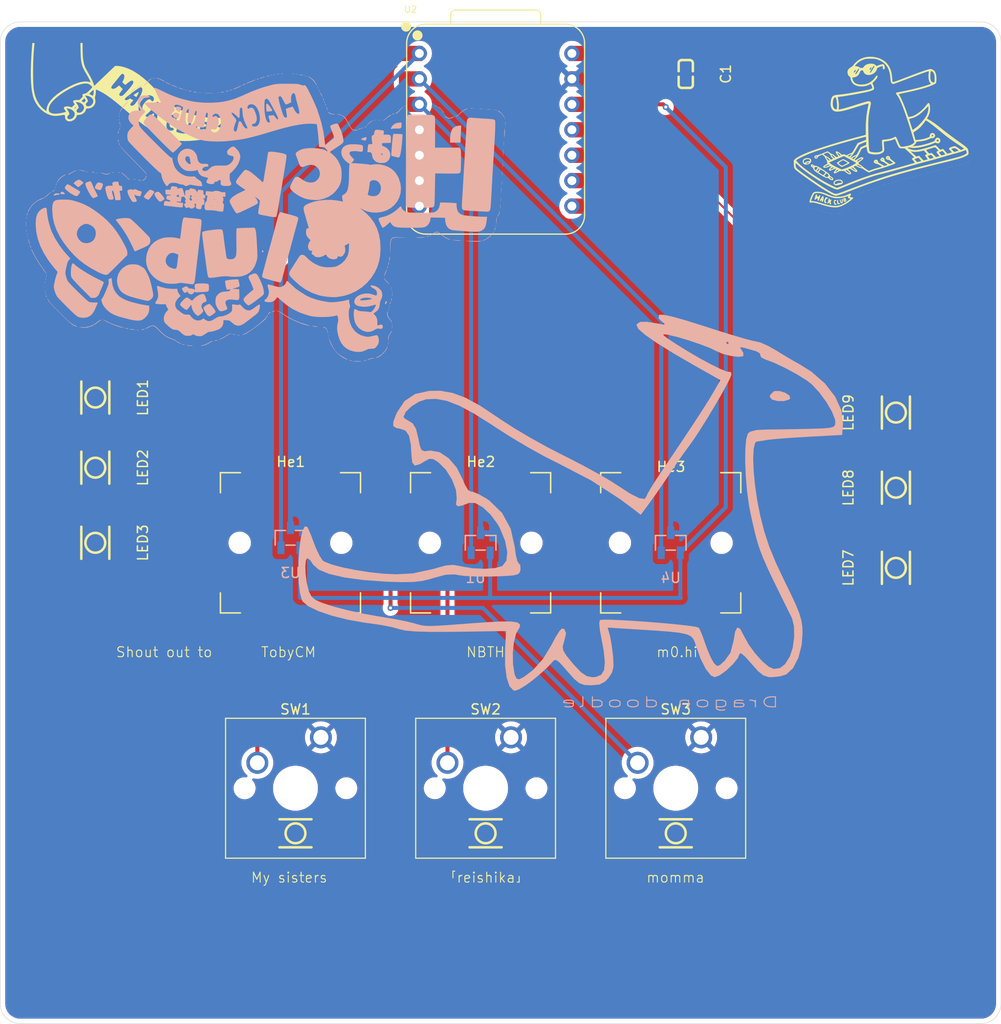
<source format=kicad_pcb>
(kicad_pcb (version 20241229) (generator "pcbnew") (generator_version "9.0")
  (layers (0 "F.Cu" signal) (2 "B.Cu" signal) (13 "F.Paste" user) (15 "B.Paste" user) (5 "F.SilkS" user "F.Silkscreen") (7 "B.SilkS" user "B.Silkscreen") (1 "F.Mask" user) (3 "B.Mask" user) (25 "Edge.Cuts" user))
  (net 0 "")
  (net 1 "+5V")
  (net 2 "GND")
  (net 4 "Net-(LED1-DIN)")
  (net 5 "Net-(LED2-DIN)")
  (net 6 "Net-(LED3-DIN)")
  (net 7 "Net-(LED4-DIN)")
  (net 8 "Net-(LED5-DIN)")
  (net 9 "Net-(LED6-DIN)")
  (net 10 "Net-(LED7-DIN)")
  (net 11 "Net-(LED8-DIN)")
  (net 12 "Net-(LED9-DIN)")
  (net 13 "Net-(U2-GPIO26{slash}ADC0{slash}A0)")
  (net 14 "Net-(U2-GPIO27{slash}ADC1{slash}A1)")
  (net 19 "Net-(U2-GPIO29{slash}ADC3{slash}A3)")
  (net 20 "Net-(U2-GPIO6{slash}SDA)")
  (net 21 "Net-(U2-GPIO7{slash}SCL)")
  (net 22 "Net-(U1-VOUT)")
  (net 23 "Net-(U1-VDD)")
  (footprint "Seeed Studio XIAO Series Library:XIAO-RP2040-DIP" (layer "F.Cu") (at 142.5 42.2685)
    (property "Reference" "U2" (at -8.5 -12 0) (layer "F.SilkS") (effects (font (size 0.635 0.635) (thickness 0.1016))))
    (property "Value" "XIAO-RP2040-DIP")
    (pad "1" smd roundrect (at -8.455 -7.62 180) (size 2.432 1.524) (layers "F.Cu" "F.Mask") (roundrect_rratio 0.1) (net 13 "Net-(U2-GPIO26{slash}ADC0{slash}A0)"))
    (pad "1" thru_hole circle (at -7.62 -7.62 180) (size 1.524 1.524) (drill 0.889) (layers "*.Cu" "*.Mask") (net 13 "Net-(U2-GPIO26{slash}ADC0{slash}A0)"))
    (pad "2" smd roundrect (at -8.455 -5.08 180) (size 2.432 1.524) (layers "F.Cu" "F.Mask") (roundrect_rratio 0.1) (net 14 "Net-(U2-GPIO27{slash}ADC1{slash}A1)"))
    (pad "2" thru_hole circle (at -7.62 -5.08 180) (size 1.524 1.524) (drill 0.889) (layers "*.Cu" "*.Mask") (net 14 "Net-(U2-GPIO27{slash}ADC1{slash}A1)"))
    (pad "3" smd roundrect (at -8.455 -2.54 180) (size 2.432 1.524) (layers "F.Cu" "F.Mask") (roundrect_rratio 0.1) (net 22 "Net-(U1-VOUT)"))
    (pad "3" thru_hole circle (at -7.62 -2.54 180) (size 1.524 1.524) (drill 0.889) (layers "*.Cu" "*.Mask") (net 22 "Net-(U1-VOUT)"))
    (pad "4" smd roundrect (at -8.455 0 180) (size 2.432 1.524) (layers "F.Cu" "F.Mask") (roundrect_rratio 0.1) (net 19 "Net-(U2-GPIO29{slash}ADC3{slash}A3)"))
    (pad "4" thru_hole circle (at -7.62 0 180) (size 1.524 1.524) (drill 0.889) (layers "*.Cu" "*.Mask") (net 19 "Net-(U2-GPIO29{slash}ADC3{slash}A3)"))
    (pad "5" smd roundrect (at -8.455 2.54 180) (size 2.432 1.524) (layers "F.Cu" "F.Mask") (roundrect_rratio 0.1) (net 20 "Net-(U2-GPIO6{slash}SDA)"))
    (pad "5" thru_hole circle (at -7.62 2.54 180) (size 1.524 1.524) (drill 0.889) (layers "*.Cu" "*.Mask") (net 20 "Net-(U2-GPIO6{slash}SDA)"))
    (pad "6" smd roundrect (at -8.455 5.08 180) (size 2.432 1.524) (layers "F.Cu" "F.Mask") (roundrect_rratio 0.1) (net 21 "Net-(U2-GPIO7{slash}SCL)"))
    (pad "6" thru_hole circle (at -7.62 5.08 180) (size 1.524 1.524) (drill 0.889) (layers "*.Cu" "*.Mask") (net 21 "Net-(U2-GPIO7{slash}SCL)"))
    (pad "7" smd roundrect (at -8.455 7.62 180) (size 2.432 1.524) (layers "F.Cu" "F.Mask") (roundrect_rratio 0.1))
    (pad "7" thru_hole circle (at -7.62 7.62 180) (size 1.524 1.524) (drill 0.889) (layers "*.Cu" "*.Mask"))
    (pad "8" thru_hole circle (at 7.62 7.62) (size 1.524 1.524) (drill 0.889) (layers "*.Cu" "*.Mask"))
    (pad "8" smd roundrect (at 8.455 7.62) (size 2.432 1.524) (layers "F.Cu" "F.Mask") (roundrect_rratio 0.1))
    (pad "9" thru_hole circle (at 7.62 5.08) (size 1.524 1.524) (drill 0.889) (layers "*.Cu" "*.Mask"))
    (pad "9" smd roundrect (at 8.455 5.08) (size 2.432 1.524) (layers "F.Cu" "F.Mask") (roundrect_rratio 0.1))
    (pad "10" thru_hole circle (at 7.62 2.54) (size 1.524 1.524) (drill 0.889) (layers "*.Cu" "*.Mask"))
    (pad "10" smd roundrect (at 8.455 2.54) (size 2.432 1.524) (layers "F.Cu" "F.Mask") (roundrect_rratio 0.1))
    (pad "11" thru_hole circle (at 7.62 0) (size 1.524 1.524) (drill 0.889) (layers "*.Cu" "*.Mask") (net 12 "Net-(LED9-DIN)"))
    (pad "11" smd roundrect (at 8.455 0) (size 2.432 1.524) (layers "F.Cu" "F.Mask") (roundrect_rratio 0.1) (net 12 "Net-(LED9-DIN)"))
    (pad "12" thru_hole circle (at 7.62 -2.54) (size 1.524 1.524) (drill 0.889) (layers "*.Cu" "*.Mask") (net 23 "Net-(U1-VDD)"))
    (pad "12" smd roundrect (at 8.455 -2.54) (size 2.432 1.524) (layers "F.Cu" "F.Mask") (roundrect_rratio 0.1) (net 23 "Net-(U1-VDD)"))
    (pad "13" thru_hole circle (at 7.62 -5.08) (size 1.524 1.524) (drill 0.889) (layers "*.Cu" "*.Mask") (net 2 "GND"))
    (pad "13" smd roundrect (at 8.455 -5.08) (size 2.432 1.524) (layers "F.Cu" "F.Mask") (roundrect_rratio 0.1) (net 2 "GND"))
    (pad "14" thru_hole circle (at 7.62 -7.62) (size 1.524 1.524) (drill 0.889) (layers "*.Cu" "*.Mask") (net 1 "+5V"))
    (pad "14" smd roundrect (at 8.455 -7.62) (size 2.432 1.524) (layers "F.Cu" "F.Mask") (roundrect_rratio 0.1) (net 1 "+5V"))
  )
  (footprint "EasyEDA:LED-SMD_4P-L3.2-W2.8_SK6812MINI-EA" (layer "F.Cu") (at 102.5 76 -90)
    (property "Reference" "LED2" (at 0 -4.75 90) (layer "F.SilkS"))
    (property "Value" "SK6812MINI-EA")
    (pad "1" smd rect (at -2.5 0.75) (size 0.82 1.2) (layers "F.Cu" "F.Mask" "F.Paste") (net 1 "+5V"))
    (pad "2" smd rect (at -2.5 -0.75) (size 0.82 1.2) (layers "F.Cu" "F.Mask" "F.Paste") (net 4 "Net-(LED1-DIN)"))
    (pad "3" smd rect (at 2.5 -0.75) (size 0.82 1.2) (layers "F.Cu" "F.Mask" "F.Paste") (net 2 "GND"))
    (pad "4" smd rect (at 2.5 0.75) (size 0.82 1.2) (layers "F.Cu" "F.Mask" "F.Paste") (net 5 "Net-(LED2-DIN)"))
  )
  (footprint "EasyEDA:LED-SMD_4P-L3.2-W2.8_SK6812MINI-EA" (layer "F.Cu") (at 182.5 70.5 90)
    (property "Reference" "LED9" (at 0 -4.75 90) (layer "F.SilkS"))
    (property "Value" "SK6812MINI-EA")
    (pad "1" smd rect (at -2.5 0.75 180) (size 0.82 1.2) (layers "F.Cu" "F.Mask" "F.Paste") (net 1 "+5V"))
    (pad "2" smd rect (at -2.5 -0.75 180) (size 0.82 1.2) (layers "F.Cu" "F.Mask" "F.Paste") (net 11 "Net-(LED8-DIN)"))
    (pad "3" smd rect (at 2.5 -0.75 180) (size 0.82 1.2) (layers "F.Cu" "F.Mask" "F.Paste") (net 2 "GND"))
    (pad "4" smd rect (at 2.5 0.75 180) (size 0.82 1.2) (layers "F.Cu" "F.Mask" "F.Paste") (net 12 "Net-(LED9-DIN)"))
  )
  (footprint "EasyEDA:LED-SMD_4P-L3.2-W2.8_SK6812MINI-EA" (layer "F.Cu") (at 182.5 78 90)
    (property "Reference" "LED8" (at 0 -4.75 90) (layer "F.SilkS"))
    (property "Value" "SK6812MINI-EA")
    (pad "1" smd rect (at -2.5 0.75 180) (size 0.82 1.2) (layers "F.Cu" "F.Mask" "F.Paste") (net 1 "+5V"))
    (pad "2" smd rect (at -2.5 -0.75 180) (size 0.82 1.2) (layers "F.Cu" "F.Mask" "F.Paste") (net 10 "Net-(LED7-DIN)"))
    (pad "3" smd rect (at 2.5 -0.75 180) (size 0.82 1.2) (layers "F.Cu" "F.Mask" "F.Paste") (net 2 "GND"))
    (pad "4" smd rect (at 2.5 0.75 180) (size 0.82 1.2) (layers "F.Cu" "F.Mask" "F.Paste") (net 11 "Net-(LED8-DIN)"))
  )
  (footprint "clipboard:f5690bc4-41df-47e9-81cb-ee26dcf46469" (layer "F.Cu") (at 129 78.5)
    (property "Reference" "" (at 0 0 0) (layer "F.SilkS") (effects (font (size 1.27 1.27))))
    (property "Value" "")
    (pad "" np_thru_hole circle (at -12.08 5 48.0996) (size 1.75 1.75) (drill 1.75) (layers "*.Cu" "*.Mask"))
    (pad "" np_thru_hole circle (at -1.92 5 48.0996) (size 1.75 1.75) (drill 1.75) (layers "*.Cu" "*.Mask"))
  )
  (footprint "LOGO" (layer "F.Cu") (at 105.94675 39.232071)
    (property "Reference" "G***" (hide yes))
    (property "Value" "LOGO" (hide yes))
  )
  (footprint "EasyEDA:C0603" (layer "F.Cu") (at 161.5 36.7 -90)
    (property "Reference" "C1" (at 0 -4 90) (layer "F.SilkS"))
    (property "Value" "CL10B224KA8NNNC")
    (pad "1" smd rect (at -0.7 0 270) (size 0.8 0.9) (layers "F.Cu" "F.Mask" "F.Paste") (net 1 "+5V"))
    (pad "2" smd rect (at 0.7 0 270) (size 0.8 0.9) (layers "F.Cu" "F.Mask" "F.Paste") (net 2 "GND"))
  )
  (footprint "clipboard:f5690bc4-41df-47e9-81cb-ee26dcf46469" (layer "F.Cu") (at 148 78.5)
    (property "Reference" "" (at 0 0 0) (layer "F.SilkS") (effects (font (size 1.27 1.27))))
    (property "Value" "")
    (pad "" np_thru_hole circle (at -12.08 5 48.0996) (size 1.75 1.75) (drill 1.75) (layers "*.Cu" "*.Mask"))
    (pad "" np_thru_hole circle (at -1.92 5 48.0996) (size 1.75 1.75) (drill 1.75) (layers "*.Cu" "*.Mask"))
  )
  (footprint "Button_Switch_Keyboard:SW_Cherry_MX_1.00u_PCB" (layer "F.Cu") (at 163.04 102.92)
    (property "Reference" "SW3" (at -2.54 -2.794 0) (layer "F.SilkS"))
    (property "Value" "SW_Push")
    (pad "" np_thru_hole circle (at -7.62 5.08) (size 1.7 1.7) (drill 1.7) (layers "*.Cu" "*.Mask"))
    (pad "" np_thru_hole circle (at -2.54 5.08) (size 4 4) (drill 4) (layers "*.Cu" "*.Mask"))
    (pad "" np_thru_hole circle (at 2.54 5.08) (size 1.7 1.7) (drill 1.7) (layers "*.Cu" "*.Mask"))
    (pad "1" thru_hole circle (at 0 0) (size 2.2 2.2) (drill 1.5) (layers "*.Cu" "*.Mask") (net 2 "GND"))
    (pad "2" thru_hole circle (at -6.35 2.54) (size 2.2 2.2) (drill 1.5) (layers "*.Cu" "*.Mask") (net 21 "Net-(U2-GPIO7{slash}SCL)"))
  )
  (footprint "clipboard:f5690bc4-41df-47e9-81cb-ee26dcf46469" (layer "F.Cu") (at 167 78.5)
    (property "Reference" "" (at 0 0 0) (layer "F.SilkS") (effects (font (size 1.27 1.27))))
    (property "Value" "")
    (pad "" np_thru_hole circle (at -12.08 5 48.0996) (size 1.75 1.75) (drill 1.75) (layers "*.Cu" "*.Mask"))
    (pad "" np_thru_hole circle (at -1.92 5 48.0996) (size 1.75 1.75) (drill 1.75) (layers "*.Cu" "*.Mask"))
  )
  (footprint "EasyEDA:LED-SMD_4P-L3.2-W2.8_SK6812MINI-EA" (layer "F.Cu") (at 102.5 83.5 -90)
    (property "Reference" "LED3" (at 0 -4.75 90) (layer "F.SilkS"))
    (property "Value" "SK6812MINI-EA")
    (pad "1" smd rect (at -2.5 0.75) (size 0.82 1.2) (layers "F.Cu" "F.Mask" "F.Paste") (net 1 "+5V"))
    (pad "2" smd rect (at -2.5 -0.75) (size 0.82 1.2) (layers "F.Cu" "F.Mask" "F.Paste") (net 5 "Net-(LED2-DIN)"))
    (pad "3" smd rect (at 2.5 -0.75) (size 0.82 1.2) (layers "F.Cu" "F.Mask" "F.Paste") (net 2 "GND"))
    (pad "4" smd rect (at 2.5 0.75) (size 0.82 1.2) (layers "F.Cu" "F.Mask" "F.Paste") (net 6 "Net-(LED3-DIN)"))
  )
  (footprint "EasyEDA:LED-SMD_4P-L3.2-W2.8_SK6812MINI-EA" (layer "F.Cu") (at 102.5 69 -90)
    (property "Reference" "LED1" (at 0 -4.75 90) (layer "F.SilkS"))
    (property "Value" "SK6812MINI-EA")
    (pad "1" smd rect (at -2.5 0.75) (size 0.82 1.2) (layers "F.Cu" "F.Mask" "F.Paste") (net 1 "+5V"))
    (pad "2" smd rect (at -2.5 -0.75) (size 0.82 1.2) (layers "F.Cu" "F.Mask" "F.Paste"))
    (pad "3" smd rect (at 2.5 -0.75) (size 0.82 1.2) (layers "F.Cu" "F.Mask" "F.Paste") (net 2 "GND"))
    (pad "4" smd rect (at 2.5 0.75) (size 0.82 1.2) (layers "F.Cu" "F.Mask" "F.Paste") (net 4 "Net-(LED1-DIN)"))
  )
  (footprint "EasyEDA:LED-SMD_4P-L3.2-W2.8_SK6812MINI-EA" (layer "F.Cu") (at 182.5 86 90)
    (property "Reference" "LED7" (at 0 -4.75 90) (layer "F.SilkS"))
    (property "Value" "SK6812MINI-EA")
    (pad "1" smd rect (at -2.5 0.75 180) (size 0.82 1.2) (layers "F.Cu" "F.Mask" "F.Paste") (net 1 "+5V"))
    (pad "2" smd rect (at -2.5 -0.75 180) (size 0.82 1.2) (layers "F.Cu" "F.Mask" "F.Paste") (net 9 "Net-(LED6-DIN)"))
    (pad "3" smd rect (at 2.5 -0.75 180) (size 0.82 1.2) (layers "F.Cu" "F.Mask" "F.Paste") (net 2 "GND"))
    (pad "4" smd rect (at 2.5 0.75 180) (size 0.82 1.2) (layers "F.Cu" "F.Mask" "F.Paste") (net 10 "Net-(LED7-DIN)"))
  )
  (footprint "EasyEDA:LED-SMD_4P-L3.2-W2.8_SK6812MINI-EA" (layer "F.Cu") (at 160.5 112.5)
    (property "Reference" "LED6" (at 0 -4.75 0) (layer "F.SilkS"))
    (property "Value" "SK6812MINI-EA")
    (pad "1" smd rect (at -2.5 0.75 90) (size 0.82 1.2) (layers "F.Cu" "F.Mask" "F.Paste") (net 1 "+5V"))
    (pad "2" smd rect (at -2.5 -0.75 90) (size 0.82 1.2) (layers "F.Cu" "F.Mask" "F.Paste") (net 8 "Net-(LED5-DIN)"))
    (pad "3" smd rect (at 2.5 -0.75 90) (size 0.82 1.2) (layers "F.Cu" "F.Mask" "F.Paste") (net 2 "GND"))
    (pad "4" smd rect (at 2.5 0.75 90) (size 0.82 1.2) (layers "F.Cu" "F.Mask" "F.Paste") (net 9 "Net-(LED6-DIN)"))
  )
  (footprint "Button_Switch_Keyboard:SW_Cherry_MX_1.00u_PCB" (layer "F.Cu") (at 125.04 102.92)
    (property "Reference" "SW1" (at -2.54 -2.794 0) (layer "F.SilkS"))
    (property "Value" "SW_Push")
    (pad "" np_thru_hole circle (at -7.62 5.08) (size 1.7 1.7) (drill 1.7) (layers "*.Cu" "*.Mask"))
    (pad "" np_thru_hole circle (at -2.54 5.08) (size 4 4) (drill 4) (layers "*.Cu" "*.Mask"))
    (pad "" np_thru_hole circle (at 2.54 5.08) (size 1.7 1.7) (drill 1.7) (layers "*.Cu" "*.Mask"))
    (pad "1" thru_hole circle (at 0 0) (size 2.2 2.2) (drill 1.5) (layers "*.Cu" "*.Mask") (net 2 "GND"))
    (pad "2" thru_hole circle (at -6.35 2.54) (size 2.2 2.2) (drill 1.5) (layers "*.Cu" "*.Mask") (net 19 "Net-(U2-GPIO29{slash}ADC3{slash}A3)"))
  )
  (footprint "EasyEDA:LED-SMD_4P-L3.2-W2.8_SK6812MINI-EA" (layer "F.Cu") (at 141.5 112.5)
    (property "Reference" "LED5" (at 0 -4.75 0) (layer "F.SilkS"))
    (property "Value" "SK6812MINI-EA")
    (pad "1" smd rect (at -2.5 0.75 90) (size 0.82 1.2) (layers "F.Cu" "F.Mask" "F.Paste") (net 1 "+5V"))
    (pad "2" smd rect (at -2.5 -0.75 90) (size 0.82 1.2) (layers "F.Cu" "F.Mask" "F.Paste") (net 7 "Net-(LED4-DIN)"))
    (pad "3" smd rect (at 2.5 -0.75 90) (size 0.82 1.2) (layers "F.Cu" "F.Mask" "F.Paste") (net 2 "GND"))
    (pad "4" smd rect (at 2.5 0.75 90) (size 0.82 1.2) (layers "F.Cu" "F.Mask" "F.Paste") (net 8 "Net-(LED5-DIN)"))
  )
  (footprint "LOGO" (layer "F.Cu") (at 181 42.5)
    (property "Reference" "G***" (hide yes))
    (property "Value" "LOGO" (hide yes))
  )
  (footprint "EasyEDA:LED-SMD_4P-L3.2-W2.8_SK6812MINI-EA" (layer "F.Cu") (at 122.5 112.5)
    (property "Reference" "LED4" (at 0 -4.75 0) (layer "F.SilkS"))
    (property "Value" "SK6812MINI-EA")
    (pad "1" smd rect (at -2.5 0.75 90) (size 0.82 1.2) (layers "F.Cu" "F.Mask" "F.Paste") (net 1 "+5V"))
    (pad "2" smd rect (at -2.5 -0.75 90) (size 0.82 1.2) (layers "F.Cu" "F.Mask" "F.Paste") (net 6 "Net-(LED3-DIN)"))
    (pad "3" smd rect (at 2.5 -0.75 90) (size 0.82 1.2) (layers "F.Cu" "F.Mask" "F.Paste") (net 2 "GND"))
    (pad "4" smd rect (at 2.5 0.75 90) (size 0.82 1.2) (layers "F.Cu" "F.Mask" "F.Paste") (net 7 "Net-(LED4-DIN)"))
  )
  (footprint "Button_Switch_Keyboard:SW_Cherry_MX_1.00u_PCB" (layer "F.Cu") (at 144.04 102.92)
    (property "Reference" "SW2" (at -2.54 -2.794 0) (layer "F.SilkS"))
    (property "Value" "SW_Push")
    (pad "" np_thru_hole circle (at -7.62 5.08) (size 1.7 1.7) (drill 1.7) (layers "*.Cu" "*.Mask"))
    (pad "" np_thru_hole circle (at -2.54 5.08) (size 4 4) (drill 4) (layers "*.Cu" "*.Mask"))
    (pad "" np_thru_hole circle (at 2.54 5.08) (size 1.7 1.7) (drill 1.7) (layers "*.Cu" "*.Mask"))
    (pad "1" thru_hole circle (at 0 0) (size 2.2 2.2) (drill 1.5) (layers "*.Cu" "*.Mask") (net 2 "GND"))
    (pad "2" thru_hole circle (at -6.35 2.54) (size 2.2 2.2) (drill 1.5) (layers "*.Cu" "*.Mask") (net 20 "Net-(U2-GPIO6{slash}SDA)"))
  )
  (footprint "EasyEDA:SOT-23-3_L2.9-W1.3-P1.90-LS2.4-BR" (layer "B.Cu") (at 141 83.5 -90)
    (property "Reference" "U1" (at 3.5 0.5 180) (layer "B.SilkS") (effects (justify mirror)))
    (property "Value" "GH39FKSW")
    (pad "1" smd rect (at 1 -0.95 270) (size 1.25 0.7) (layers "B.Cu" "B.Mask" "B.Paste") (net 23 "Net-(U1-VDD)"))
    (pad "2" smd rect (at 1 0.95 270) (size 1.25 0.7) (layers "B.Cu" "B.Mask" "B.Paste") (net 22 "Net-(U1-VOUT)"))
    (pad "3" smd rect (at -1 0 270) (size 1.25 0.7) (layers "B.Cu" "B.Mask" "B.Paste") (net 2 "GND"))
  )
  (footprint "EasyEDA:SOT-23-3_L2.9-W1.3-P1.90-LS2.4-BR" (layer "B.Cu") (at 160 83.5 -90)
    (property "Reference" "U4" (at 3.5 0 180) (layer "B.SilkS") (effects (justify mirror)))
    (property "Value" "GH39FKSW")
    (pad "1" smd rect (at 1 -0.95 270) (size 1.25 0.7) (layers "B.Cu" "B.Mask" "B.Paste") (net 23 "Net-(U1-VDD)"))
    (pad "2" smd rect (at 1 0.95 270) (size 1.25 0.7) (layers "B.Cu" "B.Mask" "B.Paste") (net 14 "Net-(U2-GPIO27{slash}ADC1{slash}A1)"))
    (pad "3" smd rect (at -1 0 270) (size 1.25 0.7) (layers "B.Cu" "B.Mask" "B.Paste") (net 2 "GND"))
  )
  (footprint "LOGO" (layer "B.Cu") (at 119.5 51 180)
    (property "Reference" "G***" (hide yes))
    (property "Value" "LOGO" (hide yes))
  )
  (footprint "EasyEDA:SOT-23-3_L2.9-W1.3-P1.90-LS2.4-BR" (layer "B.Cu") (at 122 83 -90)
    (property "Reference" "U3" (at 3.5 0 180) (layer "B.SilkS") (effects (justify mirror)))
    (property "Value" "GH39FKSW")
    (pad "1" smd rect (at 1 -0.95 270) (size 1.25 0.7) (layers "B.Cu" "B.Mask" "B.Paste") (net 23 "Net-(U1-VDD)"))
    (pad "2" smd rect (at 1 0.95 270) (size 1.25 0.7) (layers "B.Cu" "B.Mask" "B.Paste") (net 13 "Net-(U2-GPIO26{slash}ADC0{slash}A0)"))
    (pad "3" smd rect (at -1 0 270) (size 1.25 0.7) (layers "B.Cu" "B.Mask" "B.Paste") (net 2 "GND"))
  )
  (footprint "LOGO" (layer "B.Cu") (at 149.818248 78.811826 180)
    (property "Reference" "G***" (hide yes))
    (property "Value" "LOGO" (hide yes))
  )
  (gr_line (start 193 33.5) (end 193 129.5) (stroke (width 0.05)) (layer "Edge.Cuts"))
  (gr_arc (start 93 33.5) (mid 93.585786 32.085786) (end 95 31.5) (stroke (width 0.05)) (layer "Edge.Cuts"))
  (gr_line (start 95 31.5) (end 191 31.5) (stroke (width 0.05)) (layer "Edge.Cuts"))
  (gr_arc (start 193 129.5) (mid 192.414214 130.914214) (end 191 131.5) (stroke (width 0.05)) (layer "Edge.Cuts"))
  (gr_arc (start 95 131.5) (mid 93.585786 130.914214) (end 93 129.5) (stroke (width 0.05)) (layer "Edge.Cuts"))
  (gr_line (start 191 131.5) (end 95 131.5) (stroke (width 0.05)) (layer "Edge.Cuts"))
  (gr_line (start 93 129.5) (end 93 33.5) (stroke (width 0.05)) (layer "Edge.Cuts"))
  (gr_arc (start 191 31.5) (mid 192.414214 32.085786) (end 193 33.5) (stroke (width 0.05)) (layer "Edge.Cuts"))
  (gr_text "He1" (at 120.5 76 0) (layer "F.SilkS") (effects (font (size 1 1)) (justify left bottom)))
  (gr_text "Shout out to" (at 104.5 95 0) (layer "F.SilkS") (effects (font (size 1 1) (thickness 0.1)) (justify left bottom)))
  (gr_text "「reishika」" (at 137.5 117.5 0) (layer "F.SilkS") (effects (font (size 1 1) (thickness 0.1)) (justify left bottom)))
  (gr_text "momma" (at 157.5 117.5 0) (layer "F.SilkS") (effects (font (size 1 1) (thickness 0.1)) (justify left bottom)))
  (gr_text "My sisters" (at 118 117.5 0) (layer "F.SilkS") (effects (font (size 1 1) (thickness 0.1)) (justify left bottom)))
  (gr_text "TobyCM" (at 119 95 0) (layer "F.SilkS") (effects (font (size 1 1) (thickness 0.1)) (justify left bottom)))
  (gr_text "m0.hid" (at 158.5 95 0) (layer "F.SilkS") (effects (font (size 1 1) (thickness 0.1)) (justify left bottom)))
  (gr_text "He3" (at 158.5 76.5 0) (layer "F.SilkS") (effects (font (size 1 1)) (justify left bottom)))
  (gr_text "He2" (at 139.5 76 0) (layer "F.SilkS") (effects (font (size 1 1)) (justify left bottom)))
  (gr_text "NBTH" (at 139.5 95 0) (layer "F.SilkS") (effects (font (size 1 1) (thickness 0.1)) (justify left bottom)))
  (gr_text "Dragon doodle" (at 171 100 0) (layer "B.SilkS") (effects (font (size 1 2) (thickness 0.1)) (justify left bottom mirror)))
  (segment (start 100 73.5) (end 100 66.5) (width 0.4) (layer "F.Cu") (net 1))
  (segment (start 120 116.5) (end 120 113.25) (width 0.4) (layer "F.Cu") (net 1))
  (segment (start 161.5 34.6485) (end 150.955 34.6485) (width 0.4) (layer "F.Cu") (net 1))
  (segment (start 183.25 73) (end 185.5 73) (width 0.4) (layer "F.Cu") (net 1))
  (segment (start 158 117) (end 158 113.25) (width 0.4) (layer "F.Cu") (net 1))
  (segment (start 185.5 88.5) (end 185.5 103) (width 0.4) (layer "F.Cu") (net 1))
  (segment (start 100 73.5) (end 101.75 73.5) (width 0.4) (layer "F.Cu") (net 1))
  (segment (start 100 81) (end 101.75 81) (width 0.4) (layer "F.Cu") (net 1))
  (segment (start 120.5 117) (end 100 96.5) (width 0.4) (layer "F.Cu") (net 1))
  (segment (start 183.25 80.5) (end 185.5 80.5) (width 0.4) (layer "F.Cu") (net 1))
  (segment (start 100 96.5) (end 100 81) (width 0.4) (layer "F.Cu") (net 1))
  (segment (start 185.5 73) (end 185.5 49.5) (width 0.4) (layer "F.Cu") (net 1))
  (segment (start 185.5 103) (end 171.5 117) (width 0.4) (layer "F.Cu") (net 1))
  (segment (start 170.6485 34.6485) (end 161.5 34.6485) (width 0.4) (layer "F.Cu") (net 1))
  (segment (start 100 66.5) (end 101.75 66.5) (width 0.4) (layer "F.Cu") (net 1))
  (segment (start 158 117) (end 139 117) (width 0.4) (layer "F.Cu") (net 1))
  (segment (start 100 81) (end 100 73.5) (width 0.4) (layer "F.Cu") (net 1))
  (segment (start 139 117) (end 120.5 117) (width 0.4) (layer "F.Cu") (net 1))
  (segment (start 185.5 49.5) (end 170.6485 34.6485) (width 0.4) (layer "F.Cu") (net 1))
  (segment (start 161.5 34.6485) (end 161.5 36) (width 0.4) (layer "F.Cu") (net 1))
  (segment (start 120.5 117) (end 120 116.5) (width 0.4) (layer "F.Cu") (net 1))
  (segment (start 139 117) (end 139 113.25) (width 0.4) (layer "F.Cu") (net 1))
  (segment (start 171.5 117) (end 158 117) (width 0.4) (layer "F.Cu") (net 1))
  (segment (start 185.5 80.5) (end 185.5 73) (width 0.4) (layer "F.Cu") (net 1))
  (segment (start 183.25 88.5) (end 185.5 88.5) (width 0.4) (layer "F.Cu") (net 1))
  (segment (start 185.5 88.5) (end 185.5 80.5) (width 0.4) (layer "F.Cu") (net 1))
  (segment (start 161.5 37.4) (end 151.1665 37.4) (width 0.4) (layer "F.Cu") (net 2))
  (segment (start 151.1665 37.4) (end 150.955 37.1885) (width 0.4) (layer "F.Cu") (net 2))
  (segment (start 103.25 73) (end 101.75 71.5) (width 0.2) (layer "F.Cu") (net 4))
  (segment (start 103.25 73.5) (end 103.25 73) (width 0.2) (layer "F.Cu") (net 4))
  (segment (start 103.25 80) (end 101.75 78.5) (width 0.2) (layer "F.Cu") (net 5))
  (segment (start 103.25 81) (end 103.25 80) (width 0.2) (layer "F.Cu") (net 5))
  (segment (start 119.47153 111.75) (end 101.75 94.02847) (width 0.2) (layer "F.Cu") (net 6))
  (segment (start 101.75 94.02847) (end 101.75 86) (width 0.2) (layer "F.Cu") (net 6))
  (segment (start 120 111.75) (end 119.47153 111.75) (width 0.2) (layer "F.Cu") (net 6))
  (segment (start 132.25 113.25) (end 125 113.25) (width 0.2) (layer "F.Cu") (net 7))
  (segment (start 139 111.75) (end 133.75 111.75) (width 0.2) (layer "F.Cu") (net 7))
  (segment (start 133.75 111.75) (end 132.25 113.25) (width 0.2) (layer "F.Cu") (net 7))
  (segment (start 151.75 113.25) (end 144 113.25) (width 0.2) (layer "F.Cu") (net 8))
  (segment (start 153.25 111.75) (end 151.75 113.25) (width 0.2) (layer "F.Cu") (net 8))
  (segment (start 158 111.75) (end 153.25 111.75) (width 0.2) (layer "F.Cu") (net 8))
  (segment (start 181.75 94.5) (end 181.75 88.5) (width 0.2) (layer "F.Cu") (net 9))
  (segment (start 163 113.25) (end 181.75 94.5) (width 0.2) (layer "F.Cu") (net 9))
  (segment (start 181.75 82) (end 183.25 83.5) (width 0.2) (layer "F.Cu") (net 10))
  (segment (start 181.75 80.5) (end 181.75 82) (width 0.2) (layer "F.Cu") (net 10))
  (segment (start 181.75 74) (end 183.25 75.5) (width 0.2) (layer "F.Cu") (net 11))
  (segment (start 181.75 73) (end 181.75 74) (width 0.2) (layer "F.Cu") (net 11))
  (segment (start 150.955 42.2685) (end 157.5185 42.2685) (width 0.2) (layer "F.Cu") (net 12))
  (segment (start 157.5185 42.2685) (end 183.25 68) (width 0.2) (layer "F.Cu") (net 12))
  (segment (start 134.88 34.6485) (end 121.05 48.4785) (width 0.4) (layer "B.Cu") (net 13))
  (segment (start 121.05 48.4785) (end 121.05 84) (width 0.4) (layer "B.Cu") (net 13))
  (segment (start 159.05 61.3585) (end 159.05 84.5) (width 0.4) (layer "B.Cu") (net 14))
  (segment (start 134.88 37.1885) (end 159.05 61.3585) (width 0.4) (layer "B.Cu") (net 14))
  (segment (start 118.69 57.6235) (end 134.045 42.2685) (width 0.4) (layer "F.Cu") (net 19))
  (segment (start 118.69 105.46) (end 118.69 57.6235) (width 0.4) (layer "F.Cu") (net 19))
  (segment (start 134.88 44.8085) (end 137.69 47.6185) (width 0.4) (layer "F.Cu") (net 20))
  (segment (start 137.69 47.6185) (end 137.69 105.46) (width 0.4) (layer "F.Cu") (net 20))
  (segment (start 136.043 48.5115) (end 136.043 69.457) (width 0.4) (layer "F.Cu") (net 21))
  (segment (start 134.88 47.3485) (end 136.043 48.5115) (width 0.4) (layer "F.Cu") (net 21))
  (segment (start 136.043 69.457) (end 132 73.5) (width 0.4) (layer "F.Cu") (net 21))
  (segment (start 132 73.5) (end 132 90) (width 0.4) (layer "F.Cu") (net 21))
  (via (at 132 90) (size 0.6) (drill 0.3) (layers "F.Cu" "B.Cu") (net 21))
  (segment (start 141.23 90) (end 156.69 105.46) (width 0.4) (layer "B.Cu") (net 21))
  (segment (start 132 90) (end 141.23 90) (width 0.4) (layer "B.Cu") (net 21))
  (segment (start 140.05 44.8985) (end 140.05 84.5) (width 0.4) (layer "B.Cu") (net 22))
  (segment (start 134.88 39.7285) (end 140.05 44.8985) (width 0.4) (layer "B.Cu") (net 22))
  (segment (start 150.955 39.7285) (end 159.2285 39.7285) (width 0.4) (layer "F.Cu") (net 23))
  (segment (start 159.2285 39.7285) (end 159.5 40) (width 0.4) (layer "F.Cu") (net 23))
  (via (at 159.5 40) (size 0.6) (drill 0.3) (layers "F.Cu" "B.Cu") (net 23))
  (segment (start 160.95 84.5) (end 160.95 88.95) (width 0.4) (layer "B.Cu") (net 23))
  (segment (start 160.95 88.95) (end 161 89) (width 0.4) (layer "B.Cu") (net 23))
  (segment (start 142 89) (end 141.95 88.95) (width 0.4) (layer "B.Cu") (net 23))
  (segment (start 122.95 88.95) (end 123 89) (width 0.4) (layer "B.Cu") (net 23))
  (segment (start 165.5 46) (end 165.5 79.95) (width 0.4) (layer "B.Cu") (net 23))
  (segment (start 161 89) (end 142.5 89) (width 0.4) (layer "B.Cu") (net 23))
  (segment (start 159.5 40) (end 165.5 46) (width 0.4) (layer "B.Cu") (net 23))
  (segment (start 123 89) (end 142.5 89) (width 0.4) (layer "B.Cu") (net 23))
  (segment (start 122.95 84.5) (end 122.95 88.95) (width 0.4) (layer "B.Cu") (net 23))
  (segment (start 141.95 88.95) (end 141.95 84.5) (width 0.4) (layer "B.Cu") (net 23))
  (segment (start 142.5 89) (end 142 89) (width 0.4) (layer "B.Cu") (net 23))
  (segment (start 165.5 79.95) (end 160.95 84.5) (width 0.4) (layer "B.Cu") (net 23))
  (zone (net 2) (net_name "GND") (layers "F.Cu" "B.Cu") (connect_pads (clearance 0.5)) (min_thickness 0.25) (fill yes (thermal_gap 0.5) (thermal_bridge_width 0.5))
    (polygon (pts (xy 93 31.5) (xy 93 131.5) (xy 193 131.5) (xy 193 31.5)))
  )
)
</source>
